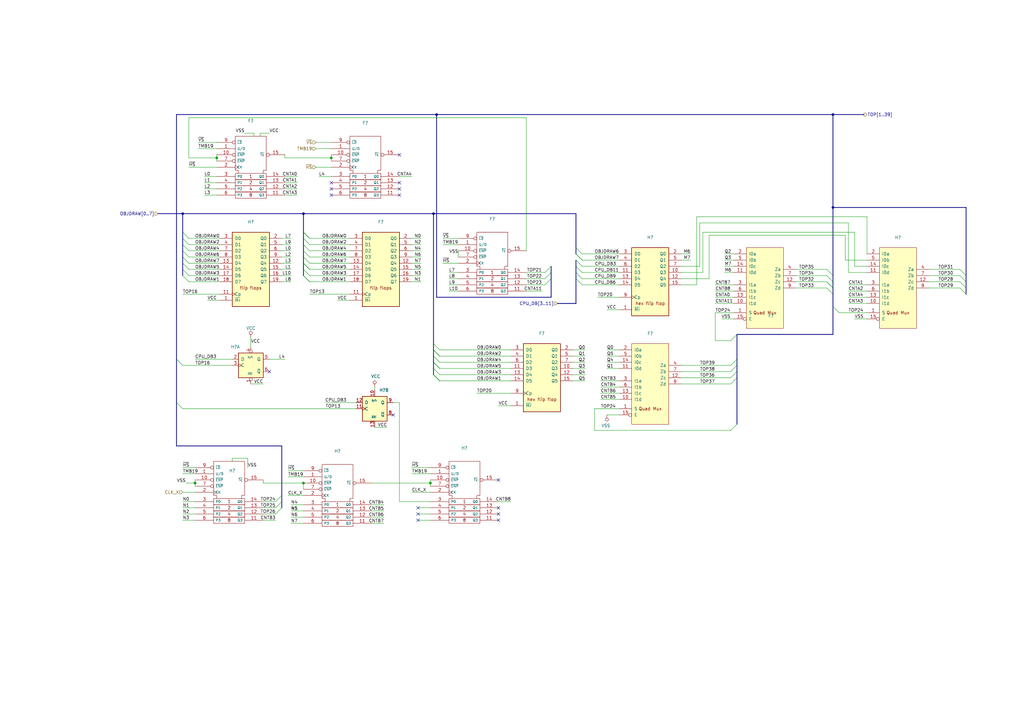
<source format=kicad_sch>
(kicad_sch (version 20211123) (generator eeschema)
  (paper "A3")
  (title_block (date "2022-04-29") (rev "J. Tejada") (company "JOTEGO") (comment 1 "Esperanza D. Triana"))
  (lib_symbols
    (symbol "74xx_IEEE:74LS669" (pin_names (offset 0.762))
      (property "Reference" "U" (at 7.62 13.97 0))
      (property "Value" "74xx_IEEE_74LS669" (at 7.62 -13.97 0))
      (symbol "74LS669_0_0"
        (rectangle (start -6.35 -8.89) (end 6.35 -11.43))
        (rectangle (start -6.35 -6.35) (end 6.35 -8.89))
        (rectangle (start -6.35 -3.81) (end 6.35 -6.35))
        (rectangle (start -6.35 -1.27) (end 6.35 -3.81))
        (polyline (pts (xy -5.08 -1.27) (xy -5.08 0) (xy -6.35 0) (xy -6.35 13.97) (xy 6.35 13.97) (xy 6.35 0) (xy 5.08 0) (xy 5.08 -1.27) (xy 5.08 -1.27)))
        (text "1" (at 0 -2.54 0) (effects (font (size 1.27 1.27))))
        (text "2" (at 0 -5.08 0) (effects (font (size 1.27 1.27))))
        (text "4" (at 0 -7.62 0) (effects (font (size 1.27 1.27))))
        (text "8" (at 0 -10.16 0) (effects (font (size 1.27 1.27))))
        (pin power_in line (at 3.81 13.97 270) (length 0) hide (name "VCC") (number "16"))
        (pin power_in line (at 1.27 13.97 270) (length 0) hide (name "GND") (number "8"))
      )
      (symbol "74LS669_1_1"
        (pin input line (at -13.97 8.89 0) (length 7.62) (name "U/D") (number "1"))
        (pin input inverted (at -13.97 6.35 0) (length 7.62) (name "~{ENP}") (number "10"))
        (pin output line (at 13.97 -10.16 180) (length 7.62) (name "Q3") (number "11"))
        (pin output line (at 13.97 -7.62 180) (length 7.62) (name "Q2") (number "12"))
        (pin output line (at 13.97 -5.08 180) (length 7.62) (name "Q1") (number "13"))
        (pin output line (at 13.97 -2.54 180) (length 7.62) (name "Q0") (number "14"))
        (pin output inverted (at 13.97 6.35 180) (length 7.62) (name "~{Tc}") (number "15"))
        (pin input clock (at -13.97 1.27 0) (length 7.62) (name "CK") (number "2"))
        (pin input line (at -13.97 -2.54 0) (length 7.62) (name "P0") (number "3"))
        (pin input line (at -13.97 -5.08 0) (length 7.62) (name "P1") (number "4"))
        (pin input line (at -13.97 -7.62 0) (length 7.62) (name "P2") (number "5"))
        (pin input line (at -13.97 -10.16 0) (length 7.62) (name "P3") (number "6"))
        (pin input inverted (at -13.97 3.81 0) (length 7.62) (name "~{ENP}") (number "7"))
        (pin input inverted (at -13.97 11.43 0) (length 7.62) (name "~{LD}") (number "9"))
      )
    )
    (symbol "jt74:74LS157" (pin_names (offset 1.016))
      (property "Reference" "U" (at 5.08 12.7 0))
      (property "Value" "jt74_74LS157" (at 0 -16.51 0))
      (symbol "74LS157_0_0"
        (text "Quad Mux" (at 0 -11.43 0) (effects (font (size 1.27 1.27))))
      )
      (symbol "74LS157_1_0"
        (pin input line (at -12.7 -11.43 0) (length 5.08) (name "S") (number "1"))
        (pin input line (at -12.7 -7.62 0) (length 5.08) (name "I1d") (number "10"))
        (pin input line (at -12.7 5.08 0) (length 5.08) (name "I0d") (number "11"))
        (pin output line (at 12.7 1.27 180) (length 5.08) (name "Zc") (number "12"))
        (pin input line (at -12.7 -5.08 0) (length 5.08) (name "I1c") (number "13"))
        (pin input line (at -12.7 7.62 0) (length 5.08) (name "I0c") (number "14"))
        (pin input inverted (at -12.7 -13.97 0) (length 5.08) (name "E") (number "15"))
        (pin input line (at -12.7 12.7 0) (length 5.08) (name "I0a") (number "2"))
        (pin input line (at -12.7 0 0) (length 5.08) (name "I1a") (number "3"))
        (pin output line (at 12.7 6.35 180) (length 5.08) (name "Za") (number "4"))
        (pin input line (at -12.7 10.16 0) (length 5.08) (name "I0b") (number "5"))
        (pin input line (at -12.7 -2.54 0) (length 5.08) (name "I1b") (number "6"))
        (pin output line (at 12.7 3.81 180) (length 5.08) (name "Zb") (number "7"))
        (pin output line (at 12.7 -1.27 180) (length 5.08) (name "Zd") (number "9"))
      )
      (symbol "74LS157_1_1"
        (rectangle (start -7.62 15.24) (end 7.62 -17.78) (fill (type background)))
      )
    )
    (symbol "jt74:74LS174" (pin_names (offset 1.016))
      (property "Reference" "U" (at 5.08 -12.7 0))
      (property "Value" "jt74_74LS174" (at 0 -5.08 0))
      (symbol "74LS174_0_0"
        (text "hex flip flop" (at 0 -10.16 0) (effects (font (size 1.27 1.27))))
      )
      (symbol "74LS174_1_0"
        (pin input line (at -12.7 -12.7 0) (length 5.08) (name "~{Mr}") (number "1"))
        (pin output line (at 12.7 2.54 180) (length 5.08) (name "Q3") (number "10"))
        (pin input line (at -12.7 2.54 0) (length 5.08) (name "D3") (number "11"))
        (pin output line (at 12.7 0 180) (length 5.08) (name "Q4") (number "12"))
        (pin input line (at -12.7 0 0) (length 5.08) (name "D4") (number "13"))
        (pin input line (at -12.7 -2.54 0) (length 5.08) (name "D5") (number "14"))
        (pin output line (at 12.7 -2.54 180) (length 5.08) (name "Q5") (number "15"))
        (pin output line (at 12.7 10.16 180) (length 5.08) (name "Q0") (number "2"))
        (pin input line (at -12.7 10.16 0) (length 5.08) (name "D0") (number "3"))
        (pin input line (at -12.7 7.62 0) (length 5.08) (name "D1") (number "4"))
        (pin output line (at 12.7 7.62 180) (length 5.08) (name "Q1") (number "5"))
        (pin input line (at -12.7 5.08 0) (length 5.08) (name "D2") (number "6"))
        (pin output line (at 12.7 5.08 180) (length 5.08) (name "Q2") (number "7"))
        (pin input clock (at -12.7 -7.62 0) (length 5.08) (name "Cp") (number "9"))
      )
      (symbol "74LS174_1_1"
        (rectangle (start -7.62 12.7) (end 7.62 -15.24) (stroke (width 0.254)) (fill (type background)))
      )
    )
    (symbol "jt74:74LS273" (pin_names (offset 1.016))
      (property "Reference" "U" (at 0 2.54 0))
      (property "Value" "jt74_74LS273" (at 2.54 -13.97 0))
      (symbol "74LS273_0_0"
        (text "flip flops" (at 0 -7.62 0) (effects (font (size 1.27 1.27))))
      )
      (symbol "74LS273_1_0"
        (pin input line (at -12.7 -12.7 0) (length 5.08) (name "~{Mr}") (number "1"))
        (pin input clock (at -12.7 -10.16 0) (length 5.08) (name "Cp") (number "11"))
        (pin output line (at 12.7 2.54 180) (length 5.08) (name "Q4") (number "12"))
        (pin input line (at -12.7 2.54 0) (length 5.08) (name "D4") (number "13"))
        (pin input line (at -12.7 0 0) (length 5.08) (name "D5") (number "14"))
        (pin output line (at 12.7 0 180) (length 5.08) (name "Q5") (number "15"))
        (pin output line (at 12.7 -2.54 180) (length 5.08) (name "Q6") (number "16"))
        (pin input line (at -12.7 -2.54 0) (length 5.08) (name "D6") (number "17"))
        (pin input line (at -12.7 -5.08 0) (length 5.08) (name "D7") (number "18"))
        (pin output line (at 12.7 -5.08 180) (length 5.08) (name "Q7") (number "19"))
        (pin output line (at 12.7 12.7 180) (length 5.08) (name "Q0") (number "2"))
        (pin input line (at -12.7 12.7 0) (length 5.08) (name "D0") (number "3"))
        (pin input line (at -12.7 10.16 0) (length 5.08) (name "D1") (number "4"))
        (pin output line (at 12.7 10.16 180) (length 5.08) (name "Q1") (number "5"))
        (pin output line (at 12.7 7.62 180) (length 5.08) (name "Q2") (number "6"))
        (pin input line (at -12.7 7.62 0) (length 5.08) (name "D2") (number "7"))
        (pin input line (at -12.7 5.08 0) (length 5.08) (name "D3") (number "8"))
        (pin output line (at 12.7 5.08 180) (length 5.08) (name "Q3") (number "9"))
      )
      (symbol "74LS273_1_1"
        (rectangle (start -7.62 15.24) (end 7.62 -15.24) (stroke (width 0.254)) (fill (type background)))
      )
    )
    (symbol "jt74:74LS74" (pin_names (offset 1.016))
      (property "Reference" "U" (at -7.62 8.89 0))
      (property "Value" "jt74_74LS74" (at -7.62 -8.89 0))
      (symbol "74LS74_1_0"
        (pin input inverted (at 0 -7.62 90) (length 2.54) (name "~{R}") (number "1"))
        (pin input line (at -7.62 2.54 0) (length 2.54) (name "D") (number "2"))
        (pin input clock (at -7.62 0 0) (length 2.54) (name "C") (number "3"))
        (pin input inverted (at 0 7.62 270) (length 2.54) (name "~{S}") (number "4"))
        (pin output line (at 7.62 2.54 180) (length 2.54) (name "Q") (number "5"))
        (pin output line (at 7.62 -2.54 180) (length 2.54) (name "~{Q}") (number "6"))
      )
      (symbol "74LS74_1_1"
        (rectangle (start -5.08 5.08) (end 5.08 -5.08) (stroke (width 0.254)) (fill (type background)))
      )
      (symbol "74LS74_2_0"
        (pin input clock (at -7.62 0 0) (length 2.54) (name "C") (number "11"))
        (pin input line (at -7.62 2.54 0) (length 2.54) (name "D") (number "12"))
        (pin input line (at 0 -7.62 90) (length 2.54) (name "~{R}") (number "13"))
        (pin output line (at 7.62 -2.54 180) (length 2.54) (name "~{Q}") (number "8"))
        (pin output line (at 7.62 2.54 180) (length 2.54) (name "Q") (number "9"))
      )
      (symbol "74LS74_2_1"
        (rectangle (start -5.08 5.08) (end 5.08 -5.08) (stroke (width 0.254)) (fill (type background)))
        (pin input line (at 0 7.62 270) (length 2.54) (name "~{S}") (number "10"))
      )
      (symbol "74LS74_3_0"
        (pin input line (at 0 10.16 270) (length 2.54) hide (name "VCC") (number "14"))
        (pin input line (at 0 -10.16 90) (length 2.54) hide (name "GND") (number "7"))
      )
      (symbol "74LS74_3_1"
        (rectangle (start -5.08 7.62) (end 5.08 -7.62) (stroke (width 0.254)) (fill (type background)))
      )
    )
    (symbol "power:VCC" (power) (pin_names (offset 0))
      (property "Value" "power_VCC" (at 0 3.81 0))
      (symbol "VCC_0_1"
        (polyline (pts (xy 0 0) (xy 0 1.27)))
        (circle (center 0 1.905) (radius 0.635))
      )
      (symbol "VCC_1_1"
        (pin power_in line (at 0 0 90) (length 0) hide (name "VCC") (number "1"))
      )
    )
    (symbol "power:VSS" (power) (pin_names (offset 0))
      (property "Value" "power_VSS" (at 0 3.81 0))
      (symbol "VSS_0_1"
        (polyline (pts (xy 0 0) (xy 0 1.27)))
        (circle (center 0 1.905) (radius 0.635))
      )
      (symbol "VSS_1_1"
        (pin power_in line (at 0 0 90) (length 0) hide (name "VSS") (number "1"))
      )
    )
  )
  (junction (at 124.46 87.63))
  (junction (at 88.9 64.77))
  (junction (at 179.07 46.99))
  (junction (at 135.89 64.77))
  (junction (at 124.46 198.12))
  (junction (at 80.01 198.12))
  (junction (at 341.63 46.99))
  (junction (at 176.53 198.12))
  (junction (at 74.93 87.63))
  (junction (at 341.63 85.09))
  (junction (at 177.8 87.63))
  (no_connect (at 135.89 77.47))
  (no_connect (at 135.89 80.01))
  (no_connect (at 171.45 210.82))
  (no_connect (at 163.83 63.5))
  (no_connect (at 110.49 152.4))
  (no_connect (at 163.83 77.47))
  (no_connect (at 161.29 170.18))
  (no_connect (at 163.83 80.01))
  (no_connect (at 135.89 74.93))
  (no_connect (at 171.45 208.28))
  (no_connect (at 204.47 210.82))
  (no_connect (at 204.47 196.85))
  (no_connect (at 171.45 213.36))
  (no_connect (at 204.47 208.28))
  (no_connect (at 204.47 213.36))
  (no_connect (at 163.83 74.93))
  (bus_entry (at 339.09 110.49) (size 2.54 2.54))
  (bus_entry (at 124.46 95.25) (size 2.54 2.54))
  (bus_entry (at 223.52 116.84) (size 2.54 -2.54))
  (bus_entry (at 72.39 165.1) (size 2.54 2.54))
  (bus_entry (at 115.57 205.74) (size -2.54 2.54))
  (bus_entry (at 177.8 151.13) (size 2.54 2.54))
  (bus_entry (at 124.46 102.87) (size 2.54 2.54))
  (bus_entry (at 177.8 143.51) (size 2.54 2.54))
  (bus_entry (at 339.09 115.57) (size 2.54 2.54))
  (bus_entry (at 236.22 104.14) (size 2.54 2.54))
  (bus_entry (at 339.09 118.11) (size 2.54 2.54))
  (bus_entry (at 74.93 113.03) (size 2.54 2.54))
  (bus_entry (at 177.8 143.51) (size 2.54 2.54))
  (bus_entry (at 124.46 113.03) (size 2.54 2.54))
  (bus_entry (at 177.8 153.67) (size 2.54 2.54))
  (bus_entry (at 124.46 107.95) (size 2.54 2.54))
  (bus_entry (at 302.26 154.94) (size -2.54 2.54))
  (bus_entry (at 302.26 149.86) (size -2.54 2.54))
  (bus_entry (at 393.7 118.11) (size 2.54 2.54))
  (bus_entry (at 302.26 173.99) (size -2.54 2.54))
  (bus_entry (at 74.93 102.87) (size 2.54 2.54))
  (bus_entry (at 302.26 152.4) (size -2.54 2.54))
  (bus_entry (at 226.06 109.22) (size -2.54 2.54))
  (bus_entry (at 177.8 146.05) (size 2.54 2.54))
  (bus_entry (at 74.93 105.41) (size 2.54 2.54))
  (bus_entry (at 72.39 147.32) (size 2.54 2.54))
  (bus_entry (at 74.93 107.95) (size 2.54 2.54))
  (bus_entry (at 177.8 153.67) (size 2.54 2.54))
  (bus_entry (at 177.8 140.97) (size 2.54 2.54))
  (bus_entry (at 115.57 203.2) (size -2.54 2.54))
  (bus_entry (at 115.57 208.28) (size -2.54 2.54))
  (bus_entry (at 74.93 110.49) (size 2.54 2.54))
  (bus_entry (at 393.7 113.03) (size 2.54 2.54))
  (bus_entry (at 177.8 148.59) (size 2.54 2.54))
  (bus_entry (at 124.46 107.95) (size 2.54 2.54))
  (bus_entry (at 236.22 104.14) (size 2.54 2.54))
  (bus_entry (at 339.09 113.03) (size 2.54 2.54))
  (bus_entry (at 238.76 111.76) (size -2.54 -2.54))
  (bus_entry (at 223.52 114.3) (size 2.54 -2.54))
  (bus_entry (at 339.09 115.57) (size 2.54 2.54))
  (bus_entry (at 74.93 97.79) (size 2.54 2.54))
  (bus_entry (at 341.63 125.73) (size 2.54 2.54))
  (bus_entry (at 74.93 100.33) (size 2.54 2.54))
  (bus_entry (at 177.8 148.59) (size 2.54 2.54))
  (bus_entry (at 177.8 153.67) (size 2.54 2.54))
  (bus_entry (at 302.26 137.16) (size -2.54 2.54))
  (bus_entry (at 124.46 110.49) (size 2.54 2.54))
  (bus_entry (at 124.46 113.03) (size 2.54 2.54))
  (bus_entry (at 236.22 101.6) (size 2.54 2.54))
  (bus_entry (at 302.26 147.32) (size -2.54 2.54))
  (bus_entry (at 238.76 114.3) (size -2.54 -2.54))
  (bus_entry (at 238.76 116.84) (size -2.54 -2.54))
  (bus_entry (at 74.93 95.25) (size 2.54 2.54))
  (bus_entry (at 124.46 95.25) (size 2.54 2.54))
  (bus_entry (at 236.22 106.68) (size 2.54 2.54))
  (bus_entry (at 124.46 105.41) (size 2.54 2.54))
  (bus_entry (at 393.7 115.57) (size 2.54 2.54))
  (bus_entry (at 124.46 100.33) (size 2.54 2.54))
  (bus_entry (at 124.46 97.79) (size 2.54 2.54))
  (bus_entry (at 393.7 110.49) (size 2.54 2.54))
  (wire (pts (xy 187.96 102.87) (xy 187.96 105.41)))
  (wire (pts (xy 157.48 214.63) (xy 152.4 214.63)))
  (wire (pts (xy 180.34 143.51) (xy 209.55 143.51)))
  (wire (pts (xy 127 110.49) (xy 143.51 110.49)))
  (wire (pts (xy 80.01 208.28) (xy 74.93 208.28)))
  (bus (pts (xy 74.93 95.25) (xy 74.93 97.79)))
  (wire (pts (xy 234.95 146.05) (xy 240.03 146.05)))
  (wire (pts (xy 119.38 115.57) (xy 115.57 115.57)))
  (wire (pts (xy 238.76 111.76) (xy 254 111.76)))
  (wire (pts (xy 300.99 116.84) (xy 293.37 116.84)))
  (wire (pts (xy 124.46 198.12) (xy 124.46 200.66)))
  (wire (pts (xy 180.34 153.67) (xy 209.55 153.67)))
  (bus (pts (xy 341.63 120.65) (xy 341.63 125.73)))
  (wire (pts (xy 172.72 107.95) (xy 168.91 107.95)))
  (wire (pts (xy 293.37 128.27) (xy 293.37 139.7)))
  (bus (pts (xy 236.22 109.22) (xy 236.22 111.76)))
  (bus (pts (xy 124.46 100.33) (xy 124.46 102.87)))
  (bus (pts (xy 115.57 205.74) (xy 115.57 208.28)))
  (wire (pts (xy 297.18 111.76) (xy 300.99 111.76)))
  (wire (pts (xy 104.14 54.61) (xy 100.33 54.61)))
  (bus (pts (xy 302.26 147.32) (xy 302.26 149.86)))
  (bus (pts (xy 302.26 137.16) (xy 302.26 147.32)))
  (bus (pts (xy 72.39 165.1) (xy 72.39 182.88)))
  (wire (pts (xy 119.38 113.03) (xy 115.57 113.03)))
  (wire (pts (xy 77.47 113.03) (xy 90.17 113.03)))
  (bus (pts (xy 226.06 121.92) (xy 179.07 121.92)))
  (bus (pts (xy 177.8 140.97) (xy 177.8 143.51)))
  (wire (pts (xy 157.48 209.55) (xy 152.4 209.55)))
  (wire (pts (xy 238.76 114.3) (xy 254 114.3)))
  (wire (pts (xy 74.93 167.64) (xy 146.05 167.64)))
  (wire (pts (xy 215.9 116.84) (xy 223.52 116.84)))
  (wire (pts (xy 234.95 143.51) (xy 240.03 143.51)))
  (wire (pts (xy 135.89 64.77) (xy 135.89 66.04)))
  (wire (pts (xy 80.01 201.93) (xy 74.93 201.93)))
  (wire (pts (xy 238.76 109.22) (xy 254 109.22)))
  (wire (pts (xy 234.95 151.13) (xy 240.03 151.13)))
  (wire (pts (xy 116.84 77.47) (xy 121.92 77.47)))
  (wire (pts (xy 209.55 166.37) (xy 204.47 166.37)))
  (wire (pts (xy 127 100.33) (xy 143.51 100.33)))
  (wire (pts (xy 180.34 151.13) (xy 209.55 151.13)))
  (bus (pts (xy 396.24 113.03) (xy 396.24 115.57)))
  (wire (pts (xy 300.99 109.22) (xy 297.18 109.22)))
  (wire (pts (xy 95.25 189.23) (xy 95.25 187.96)))
  (wire (pts (xy 107.95 198.12) (xy 124.46 198.12)))
  (wire (pts (xy 74.93 120.65) (xy 90.17 120.65)))
  (wire (pts (xy 163.83 165.1) (xy 163.83 205.74)))
  (wire (pts (xy 127 113.03) (xy 143.51 113.03)))
  (wire (pts (xy 215.9 48.26) (xy 215.9 102.87)))
  (wire (pts (xy 187.96 114.3) (xy 184.15 114.3)))
  (bus (pts (xy 74.93 87.63) (xy 74.93 95.25)))
  (wire (pts (xy 346.71 106.68) (xy 355.6 106.68)))
  (wire (pts (xy 172.72 100.33) (xy 168.91 100.33)))
  (wire (pts (xy 222.25 119.38) (xy 215.9 119.38)))
  (wire (pts (xy 234.95 156.21) (xy 240.03 156.21)))
  (wire (pts (xy 90.17 123.19) (xy 85.09 123.19)))
  (wire (pts (xy 234.95 153.67) (xy 240.03 153.67)))
  (bus (pts (xy 341.63 137.16) (xy 302.26 137.16)))
  (wire (pts (xy 245.11 121.92) (xy 254 121.92)))
  (bus (pts (xy 124.46 110.49) (xy 124.46 113.03)))
  (wire (pts (xy 83.82 80.01) (xy 88.9 80.01)))
  (wire (pts (xy 287.02 91.44) (xy 347.98 91.44)))
  (bus (pts (xy 236.22 111.76) (xy 236.22 114.3)))
  (wire (pts (xy 127 97.79) (xy 143.51 97.79)))
  (wire (pts (xy 124.46 207.01) (xy 119.38 207.01)))
  (wire (pts (xy 180.34 148.59) (xy 209.55 148.59)))
  (wire (pts (xy 288.29 111.76) (xy 288.29 95.25)))
  (wire (pts (xy 77.47 97.79) (xy 90.17 97.79)))
  (wire (pts (xy 77.47 48.26) (xy 77.47 64.77)))
  (wire (pts (xy 355.6 88.9) (xy 355.6 104.14)))
  (bus (pts (xy 302.26 154.94) (xy 302.26 173.99)))
  (wire (pts (xy 350.52 109.22) (xy 355.6 109.22)))
  (wire (pts (xy 204.47 205.74) (xy 209.55 205.74)))
  (wire (pts (xy 135.89 60.96) (xy 129.54 60.96)))
  (wire (pts (xy 106.68 55.88) (xy 106.68 54.61)))
  (bus (pts (xy 226.06 109.22) (xy 226.06 111.76)))
  (wire (pts (xy 77.47 105.41) (xy 90.17 105.41)))
  (wire (pts (xy 127 115.57) (xy 143.51 115.57)))
  (wire (pts (xy 110.49 147.32) (xy 116.84 147.32)))
  (wire (pts (xy 176.53 198.12) (xy 176.53 196.85)))
  (wire (pts (xy 161.29 165.1) (xy 163.83 165.1)))
  (wire (pts (xy 121.92 80.01) (xy 116.84 80.01)))
  (wire (pts (xy 180.34 146.05) (xy 209.55 146.05)))
  (wire (pts (xy 279.4 116.84) (xy 285.75 116.84)))
  (wire (pts (xy 80.01 147.32) (xy 95.25 147.32)))
  (bus (pts (xy 226.06 114.3) (xy 226.06 121.92)))
  (bus (pts (xy 74.93 87.63) (xy 124.46 87.63)))
  (wire (pts (xy 118.11 195.58) (xy 124.46 195.58)))
  (wire (pts (xy 88.9 66.04) (xy 88.9 64.77)))
  (bus (pts (xy 177.8 87.63) (xy 177.8 140.97)))
  (wire (pts (xy 184.15 116.84) (xy 187.96 116.84)))
  (bus (pts (xy 341.63 113.03) (xy 341.63 115.57)))
  (bus (pts (xy 341.63 125.73) (xy 341.63 137.16)))
  (wire (pts (xy 118.11 203.2) (xy 124.46 203.2)))
  (bus (pts (xy 177.8 146.05) (xy 177.8 148.59)))
  (bus (pts (xy 179.07 46.99) (xy 341.63 46.99)))
  (wire (pts (xy 77.47 102.87) (xy 90.17 102.87)))
  (wire (pts (xy 181.61 100.33) (xy 187.96 100.33)))
  (wire (pts (xy 172.72 110.49) (xy 168.91 110.49)))
  (wire (pts (xy 300.99 119.38) (xy 293.37 119.38)))
  (wire (pts (xy 74.93 149.86) (xy 95.25 149.86)))
  (bus (pts (xy 236.22 87.63) (xy 236.22 101.6)))
  (wire (pts (xy 187.96 119.38) (xy 184.15 119.38)))
  (bus (pts (xy 74.93 107.95) (xy 74.93 110.49)))
  (wire (pts (xy 80.01 194.31) (xy 74.93 194.31)))
  (bus (pts (xy 354.33 46.99) (xy 341.63 46.99)))
  (wire (pts (xy 102.87 142.24) (xy 102.87 138.43)))
  (wire (pts (xy 119.38 105.41) (xy 115.57 105.41)))
  (wire (pts (xy 300.99 130.81) (xy 295.91 130.81)))
  (bus (pts (xy 177.8 151.13) (xy 177.8 153.67)))
  (wire (pts (xy 248.92 143.51) (xy 254 143.51)))
  (wire (pts (xy 287.02 109.22) (xy 287.02 91.44)))
  (wire (pts (xy 133.35 165.1) (xy 146.05 165.1)))
  (wire (pts (xy 176.53 213.36) (xy 171.45 213.36)))
  (wire (pts (xy 172.72 97.79) (xy 168.91 97.79)))
  (wire (pts (xy 238.76 106.68) (xy 254 106.68)))
  (wire (pts (xy 238.76 116.84) (xy 254 116.84)))
  (wire (pts (xy 74.93 210.82) (xy 80.01 210.82)))
  (wire (pts (xy 77.47 48.26) (xy 215.9 48.26)))
  (bus (pts (xy 124.46 107.95) (xy 124.46 110.49)))
  (wire (pts (xy 119.38 100.33) (xy 115.57 100.33)))
  (bus (pts (xy 177.8 143.51) (xy 177.8 146.05)))
  (bus (pts (xy 74.93 100.33) (xy 74.93 102.87)))
  (wire (pts (xy 129.54 68.58) (xy 135.89 68.58)))
  (bus (pts (xy 396.24 115.57) (xy 396.24 118.11)))
  (wire (pts (xy 381 115.57) (xy 393.7 115.57)))
  (wire (pts (xy 83.82 77.47) (xy 88.9 77.47)))
  (wire (pts (xy 143.51 123.19) (xy 138.43 123.19)))
  (wire (pts (xy 279.4 149.86) (xy 299.72 149.86)))
  (wire (pts (xy 77.47 100.33) (xy 90.17 100.33)))
  (wire (pts (xy 243.84 167.64) (xy 254 167.64)))
  (bus (pts (xy 302.26 152.4) (xy 302.26 154.94)))
  (wire (pts (xy 80.01 196.85) (xy 80.01 198.12)))
  (wire (pts (xy 80.01 205.74) (xy 74.93 205.74)))
  (wire (pts (xy 181.61 107.95) (xy 187.96 107.95)))
  (wire (pts (xy 171.45 210.82) (xy 176.53 210.82)))
  (wire (pts (xy 116.84 63.5) (xy 116.84 64.77)))
  (wire (pts (xy 254 127) (xy 248.92 127)))
  (wire (pts (xy 74.93 213.36) (xy 80.01 213.36)))
  (wire (pts (xy 135.89 72.39) (xy 130.81 72.39)))
  (wire (pts (xy 88.9 74.93) (xy 83.82 74.93)))
  (bus (pts (xy 124.46 105.41) (xy 124.46 107.95)))
  (wire (pts (xy 152.4 207.01) (xy 157.48 207.01)))
  (wire (pts (xy 293.37 128.27) (xy 300.99 128.27)))
  (bus (pts (xy 396.24 85.09) (xy 396.24 113.03)))
  (wire (pts (xy 279.4 109.22) (xy 287.02 109.22)))
  (bus (pts (xy 179.07 46.99) (xy 179.07 121.92)))
  (wire (pts (xy 119.38 110.49) (xy 115.57 110.49)))
  (wire (pts (xy 77.47 110.49) (xy 90.17 110.49)))
  (wire (pts (xy 176.53 208.28) (xy 171.45 208.28)))
  (bus (pts (xy 72.39 182.88) (xy 115.57 182.88)))
  (bus (pts (xy 124.46 95.25) (xy 124.46 97.79)))
  (bus (pts (xy 226.06 111.76) (xy 226.06 114.3)))
  (wire (pts (xy 381 118.11) (xy 393.7 118.11)))
  (wire (pts (xy 181.61 97.79) (xy 187.96 97.79)))
  (wire (pts (xy 355.6 119.38) (xy 347.98 119.38)))
  (bus (pts (xy 341.63 115.57) (xy 341.63 118.11)))
  (wire (pts (xy 381 110.49) (xy 393.7 110.49)))
  (wire (pts (xy 118.11 193.04) (xy 124.46 193.04)))
  (wire (pts (xy 347.98 111.76) (xy 355.6 111.76)))
  (wire (pts (xy 101.6 187.96) (xy 101.6 191.77)))
  (wire (pts (xy 248.92 148.59) (xy 254 148.59)))
  (bus (pts (xy 341.63 118.11) (xy 341.63 120.65)))
  (wire (pts (xy 195.58 161.29) (xy 209.55 161.29)))
  (wire (pts (xy 346.71 96.52) (xy 346.71 106.68)))
  (wire (pts (xy 127 105.41) (xy 143.51 105.41)))
  (wire (pts (xy 121.92 74.93) (xy 116.84 74.93)))
  (wire (pts (xy 300.99 121.92) (xy 293.37 121.92)))
  (wire (pts (xy 279.4 152.4) (xy 299.72 152.4)))
  (wire (pts (xy 279.4 104.14) (xy 283.21 104.14)))
  (wire (pts (xy 326.39 118.11) (xy 339.09 118.11)))
  (wire (pts (xy 107.95 205.74) (xy 113.03 205.74)))
  (wire (pts (xy 172.72 102.87) (xy 168.91 102.87)))
  (wire (pts (xy 326.39 113.03) (xy 339.09 113.03)))
  (bus (pts (xy 72.39 46.99) (xy 72.39 147.32)))
  (wire (pts (xy 163.83 205.74) (xy 176.53 205.74)))
  (bus (pts (xy 74.93 110.49) (xy 74.93 113.03)))
  (wire (pts (xy 152.4 198.12) (xy 176.53 198.12)))
  (wire (pts (xy 355.6 124.46) (xy 347.98 124.46)))
  (bus (pts (xy 302.26 149.86) (xy 302.26 152.4)))
  (bus (pts (xy 124.46 87.63) (xy 177.8 87.63)))
  (wire (pts (xy 176.53 199.39) (xy 176.53 198.12)))
  (wire (pts (xy 248.92 151.13) (xy 254 151.13)))
  (wire (pts (xy 168.91 194.31) (xy 176.53 194.31)))
  (bus (pts (xy 124.46 87.63) (xy 124.46 95.25)))
  (wire (pts (xy 129.54 58.42) (xy 135.89 58.42)))
  (bus (pts (xy 74.93 97.79) (xy 74.93 100.33)))
  (bus (pts (xy 341.63 85.09) (xy 396.24 85.09)))
  (wire (pts (xy 168.91 201.93) (xy 176.53 201.93)))
  (wire (pts (xy 344.17 128.27) (xy 355.6 128.27)))
  (wire (pts (xy 116.84 72.39) (xy 121.92 72.39)))
  (bus (pts (xy 115.57 182.88) (xy 115.57 203.2)))
  (wire (pts (xy 243.84 176.53) (xy 299.72 176.53)))
  (wire (pts (xy 381 113.03) (xy 393.7 113.03)))
  (wire (pts (xy 119.38 212.09) (xy 124.46 212.09)))
  (wire (pts (xy 299.72 139.7) (xy 293.37 139.7)))
  (bus (pts (xy 396.24 118.11) (xy 396.24 120.65)))
  (wire (pts (xy 176.53 191.77) (xy 168.91 191.77)))
  (wire (pts (xy 113.03 208.28) (xy 107.95 208.28)))
  (wire (pts (xy 77.47 115.57) (xy 90.17 115.57)))
  (bus (pts (xy 124.46 97.79) (xy 124.46 100.33)))
  (wire (pts (xy 297.18 106.68) (xy 300.99 106.68)))
  (bus (pts (xy 341.63 85.09) (xy 341.63 113.03)))
  (wire (pts (xy 172.72 115.57) (xy 168.91 115.57)))
  (wire (pts (xy 127 107.95) (xy 143.51 107.95)))
  (wire (pts (xy 135.89 63.5) (xy 135.89 64.77)))
  (wire (pts (xy 107.95 157.48) (xy 102.87 157.48)))
  (wire (pts (xy 77.47 107.95) (xy 90.17 107.95)))
  (wire (pts (xy 279.4 114.3) (xy 290.83 114.3)))
  (wire (pts (xy 88.9 64.77) (xy 88.9 63.5)))
  (wire (pts (xy 172.72 105.41) (xy 168.91 105.41)))
  (bus (pts (xy 74.93 105.41) (xy 74.93 107.95)))
  (wire (pts (xy 290.83 96.52) (xy 290.83 114.3)))
  (bus (pts (xy 64.77 87.63) (xy 74.93 87.63)))
  (bus (pts (xy 177.8 148.59) (xy 177.8 151.13)))
  (bus (pts (xy 236.22 114.3) (xy 236.22 124.46)))
  (bus (pts (xy 74.93 102.87) (xy 74.93 105.41)))
  (wire (pts (xy 285.75 88.9) (xy 355.6 88.9)))
  (wire (pts (xy 290.83 96.52) (xy 346.71 96.52)))
  (wire (pts (xy 116.84 64.77) (xy 135.89 64.77)))
  (wire (pts (xy 215.9 111.76) (xy 223.52 111.76)))
  (wire (pts (xy 88.9 72.39) (xy 83.82 72.39)))
  (wire (pts (xy 326.39 110.49) (xy 339.09 110.49)))
  (wire (pts (xy 107.95 210.82) (xy 113.03 210.82)))
  (wire (pts (xy 254 163.83) (xy 246.38 163.83)))
  (wire (pts (xy 300.99 124.46) (xy 293.37 124.46)))
  (wire (pts (xy 238.76 104.14) (xy 254 104.14)))
  (bus (pts (xy 236.22 124.46) (xy 228.6 124.46)))
  (wire (pts (xy 254 156.21) (xy 246.38 156.21)))
  (wire (pts (xy 347.98 91.44) (xy 347.98 111.76)))
  (wire (pts (xy 355.6 121.92) (xy 347.98 121.92)))
  (wire (pts (xy 288.29 95.25) (xy 350.52 95.25)))
  (wire (pts (xy 279.4 154.94) (xy 299.72 154.94)))
  (wire (pts (xy 326.39 115.57) (xy 339.09 115.57)))
  (wire (pts (xy 279.4 157.48) (xy 299.72 157.48)))
  (wire (pts (xy 124.46 209.55) (xy 119.38 209.55)))
  (wire (pts (xy 172.72 113.03) (xy 168.91 113.03)))
  (wire (pts (xy 184.15 111.76) (xy 187.96 111.76)))
  (wire (pts (xy 80.01 198.12) (xy 80.01 199.39)))
  (bus (pts (xy 177.8 87.63) (xy 236.22 87.63)))
  (wire (pts (xy 243.84 176.53) (xy 243.84 167.64)))
  (wire (pts (xy 127 102.87) (xy 143.51 102.87)))
  (wire (pts (xy 254 170.18) (xy 248.92 170.18)))
  (wire (pts (xy 104.14 55.88) (xy 104.14 54.61)))
  (wire (pts (xy 113.03 213.36) (xy 107.95 213.36)))
  (wire (pts (xy 285.75 116.84) (xy 285.75 88.9)))
  (wire (pts (xy 248.92 146.05) (xy 254 146.05)))
  (wire (pts (xy 180.34 156.21) (xy 209.55 156.21)))
  (wire (pts (xy 127 120.65) (xy 143.51 120.65)))
  (wire (pts (xy 107.95 196.85) (xy 107.95 198.12)))
  (wire (pts (xy 234.95 148.59) (xy 240.03 148.59)))
  (bus (pts (xy 236.22 101.6) (xy 236.22 104.14)))
  (wire (pts (xy 119.38 214.63) (xy 124.46 214.63)))
  (wire (pts (xy 77.47 68.58) (xy 88.9 68.58)))
  (wire (pts (xy 77.47 64.77) (xy 88.9 64.77)))
  (wire (pts (xy 81.28 60.96) (xy 88.9 60.96)))
  (wire (pts (xy 215.9 114.3) (xy 223.52 114.3)))
  (wire (pts (xy 279.4 111.76) (xy 288.29 111.76)))
  (wire (pts (xy 119.38 107.95) (xy 115.57 107.95)))
  (wire (pts (xy 153.67 175.26) (xy 158.75 175.26)))
  (wire (pts (xy 254 158.75) (xy 246.38 158.75)))
  (wire (pts (xy 106.68 54.61) (xy 110.49 54.61)))
  (wire (pts (xy 80.01 191.77) (xy 74.93 191.77)))
  (wire (pts (xy 297.18 104.14) (xy 300.99 104.14)))
  (wire (pts (xy 152.4 212.09) (xy 157.48 212.09)))
  (wire (pts (xy 254 161.29) (xy 246.38 161.29)))
  (wire (pts (xy 355.6 116.84) (xy 347.98 116.84)))
  (wire (pts (xy 76.2 198.12) (xy 80.01 198.12)))
  (bus (pts (xy 72.39 46.99) (xy 179.07 46.99)))
  (bus (pts (xy 236.22 106.68) (xy 236.22 109.22)))
  (wire (pts (xy 350.52 95.25) (xy 350.52 109.22)))
  (bus (pts (xy 341.63 46.99) (xy 341.63 85.09)))
  (wire (pts (xy 283.21 106.68) (xy 279.4 106.68)))
  (bus (pts (xy 124.46 102.87) (xy 124.46 105.41)))
  (wire (pts (xy 163.83 72.39) (xy 168.91 72.39)))
  (wire (pts (xy 119.38 102.87) (xy 115.57 102.87)))
  (bus (pts (xy 115.57 203.2) (xy 115.57 205.74)))
  (wire (pts (xy 355.6 130.81) (xy 350.52 130.81)))
  (wire (pts (xy 81.28 58.42) (xy 88.9 58.42)))
  (wire (pts (xy 153.67 158.75) (xy 153.67 160.02)))
  (wire (pts (xy 119.38 97.79) (xy 115.57 97.79)))
  (bus (pts (xy 72.39 147.32) (xy 72.39 165.1)))
  (wire (pts (xy 95.25 187.96) (xy 101.6 187.96)))
  (label "TMB19" (at 81.28 60.96 0))
  (label "N7" (at 172.72 107.95 180))
  (label "VSS" (at 101.6 191.77 0))
  (label "VCC" (at 158.75 175.26 180))
  (label "N5" (at 172.72 110.49 180))
  (label "L4" (at 116.84 147.32 180))
  (label "N0" (at 74.93 205.74 0))
  (label "CNTB3" (at 113.03 213.36 180))
  (label "CNTA11" (at 293.37 124.46 0))
  (label "L10" (at 119.38 113.03 180))
  (label "CNTA1" (at 121.92 74.93 180))
  (label "CNTB7" (at 293.37 116.84 0))
  (label "TOP28" (at 384.81 115.57 0))
  (label "TOP16" (at 80.01 149.86 0))
  (label "VSS" (at 76.2 198.12 180))
  (label "CLK_X" (at 118.11 203.2 0))
  (label "TOP36" (at 287.02 154.94 0))
  (label "CNTA2" (at 347.98 119.38 0))
  (label "TOP33" (at 327.66 118.11 0))
  (label "TOP35" (at 327.66 110.49 0))
  (label "N2" (at 172.72 100.33 180))
  (label "CPU_DB3" (at 80.01 147.32 0))
  (label "OBJDRAW0" (at 80.01 97.79 0))
  (label "N4" (at 172.72 102.87 180))
  (label "CNTA0" (at 293.37 121.92 0))
  (label "TOP31" (at 384.81 110.49 0))
  (label "VSS" (at 350.52 130.81 0))
  (label "CNTA4" (at 168.91 72.39 180))
  (label "OBJDRAW2" (at 132.08 100.33 0))
  (label "~{HS}" (at 77.47 68.58 0))
  (label "L1" (at 83.82 74.93 0))
  (label "VCC" (at 138.43 123.19 0))
  (label "TOP13" (at 139.7 167.64 180))
  (label "TOP16" (at 74.93 120.65 0))
  (label "L1" (at 119.38 110.49 180))
  (label "N5" (at 119.38 209.55 0))
  (label "CNTA3" (at 347.98 124.46 0))
  (label "OBJDRAW0" (at 132.08 97.79 0))
  (label "VSS" (at 187.96 104.14 180))
  (label "Q2" (at 240.03 148.59 180))
  (label "OBJDRAW4" (at 132.08 102.87 0))
  (label "CNTB3" (at 246.38 156.21 0))
  (label "TMB19" (at 74.93 194.31 0))
  (label "CNTB6" (at 157.48 212.09 180))
  (label "~{HS}" (at 181.61 107.95 0))
  (label "TMB19" (at 168.91 194.31 0))
  (label "M6" (at 297.18 111.76 0))
  (label "CPU_DB9" (at 243.84 114.3 0))
  (label "OBJDRAW2" (at 80.01 100.33 0))
  (label "L0" (at 119.38 102.87 180))
  (label "Q5" (at 248.92 146.05 0))
  (label "CNTB4" (at 246.38 158.75 0))
  (label "CNTB5" (at 246.38 163.83 0))
  (label "L2" (at 119.38 105.41 180))
  (label "OBJDRAW3" (at 80.01 113.03 0))
  (label "CNTA2" (at 121.92 77.47 180))
  (label "L7" (at 184.15 111.76 0))
  (label "Q4" (at 240.03 153.67 180))
  (label "CLK_X" (at 168.91 201.93 0))
  (label "~{VS}" (at 181.61 97.79 0))
  (label "CPU_DB6" (at 243.84 116.84 0))
  (label "N2" (at 74.93 210.82 0))
  (label "TOP37" (at 287.02 157.48 0))
  (label "N1" (at 172.72 115.57 180))
  (label "VSS" (at 100.33 54.61 180))
  (label "L8" (at 119.38 115.57 180))
  (label "CNTA11" (at 222.25 119.38 180))
  (label "TOP32" (at 327.66 115.57 0))
  (label "CNTB6" (at 246.38 161.29 0))
  (label "M7" (at 283.21 106.68 180))
  (label "N6" (at 172.72 105.41 180))
  (label "OBJDRAW6" (at 132.08 105.41 0))
  (label "OBJDRAW6" (at 80.01 105.41 0))
  (label "Q0" (at 248.92 143.51 0))
  (label "CNTA1" (at 347.98 116.84 0))
  (label "CNTB8" (at 209.55 205.74 180))
  (label "M6" (at 283.21 104.14 180))
  (label "~{HS}" (at 118.11 193.04 0))
  (label "TOP24" (at 246.38 167.64 0))
  (label "OBJDRAW0" (at 195.58 143.51 0))
  (label "VCC" (at 248.92 127 0))
  (label "OBJDRAW4" (at 80.01 102.87 0))
  (label "N0" (at 172.72 97.79 180))
  (label "VCC" (at 85.09 123.19 0))
  (label "OBJDRAW1" (at 132.08 115.57 0))
  (label "Q3" (at 240.03 151.13 180))
  (label "L9" (at 119.38 100.33 180))
  (label "N6" (at 119.38 212.09 0))
  (label "N7" (at 119.38 214.63 0))
  (label "OBJDRAW7" (at 80.01 107.95 0))
  (label "OBJDRAW4" (at 195.58 148.59 0))
  (label "~{HS}" (at 168.91 191.77 0))
  (label "TOP25" (at 113.03 208.28 180))
  (label "L10" (at 184.15 119.38 0))
  (label "CNTA3" (at 121.92 80.01 180))
  (label "TOP39" (at 287.02 149.86 0))
  (label "OBJDRAW6" (at 243.84 104.14 0))
  (label "Q1" (at 240.03 146.05 180))
  (label "VCC" (at 204.47 166.37 0))
  (label "TOP24" (at 113.03 205.74 180))
  (label "TOP30" (at 384.81 113.03 0))
  (label "L3" (at 83.82 80.01 0))
  (label "~{VS}" (at 81.28 58.42 0))
  (label "CNTB7" (at 157.48 214.63 180))
  (label "CNTB5" (at 157.48 209.55 180))
  (label "CNTB8" (at 293.37 119.38 0))
  (label "Q4" (at 248.92 148.59 0))
  (label "N5" (at 119.38 209.55 0))
  (label "VSS" (at 295.91 130.81 0))
  (label "N4" (at 119.38 207.01 0))
  (label "M7" (at 297.18 109.22 0))
  (label "Q3" (at 297.18 106.68 0))
  (label "CPU_DB11" (at 243.84 111.76 0))
  (label "VCC" (at 107.95 157.48 180))
  (label "VCC" (at 110.49 54.61 0))
  (label "OBJDRAW3" (at 195.58 153.67 0))
  (label "CNTA0" (at 121.92 72.39 180))
  (label "TOP13" (at 127 120.65 0))
  (label "VCC" (at 102.87 140.97 0))
  (label "L9" (at 184.15 116.84 0))
  (label "Q5" (at 240.03 156.21 180))
  (label "L8" (at 184.15 114.3 0))
  (label "TOP38" (at 287.02 152.4 0))
  (label "TMB19" (at 181.61 100.33 0))
  (label "OBJDRAW5" (at 80.01 110.49 0))
  (label "OBJDRAW2" (at 195.58 146.05 0))
  (label "OBJDRAW3" (at 132.08 113.03 0))
  (label "Q2" (at 297.18 104.14 0))
  (label "N1" (at 74.93 208.28 0))
  (label "TOP24" (at 293.37 128.27 0))
  (label "Q1" (at 248.92 151.13 0))
  (label "TOP26" (at 113.03 210.82 180))
  (label "L0" (at 83.82 72.39 0))
  (label "CNTB4" (at 157.48 207.01 180))
  (label "OBJDRAW5" (at 132.08 110.49 0))
  (label "TOP22" (at 222.25 114.3 180))
  (label "~{HS}" (at 74.93 191.77 0))
  (label "L2" (at 83.82 77.47 0))
  (label "TOP21" (at 222.25 111.76 180))
  (label "N3" (at 74.93 213.36 0))
  (label "OBJDRAW5" (at 195.58 151.13 0))
  (label "TOP34" (at 327.66 113.03 0))
  (label "OBJDRAW1" (at 195.58 156.21 0))
  (label "CPU_DB3" (at 252.73 109.22 180))
  (label "CPU_DB3" (at 133.35 165.1 0))
  (label "N3" (at 172.72 113.03 180))
  (label "OBJDRAW7" (at 243.84 106.68 0))
  (label "TMB19" (at 118.11 195.58 0))
  (label "TOP20" (at 195.58 161.29 0))
  (label "TOP20" (at 245.11 121.92 0))
  (label "L3" (at 119.38 107.95 180))
  (label "TOP23" (at 222.25 116.84 180))
  (label "CNTA4" (at 347.98 121.92 0))
  (label "L4" (at 130.81 72.39 0))
  (label "TOP24" (at 347.98 128.27 0))
  (label "TOP29" (at 384.81 118.11 0))
  (label "L7" (at 119.38 97.79 180))
  (label "OBJDRAW1" (at 80.01 115.57 0))
  (label "OBJDRAW7" (at 132.08 107.95 0))
  (label "Q0" (at 240.03 143.51 180))
  (hierarchical_label "TOP[1..39]" (shape output) (at 354.33 46.99 0))
  (hierarchical_label "CPU_DB[3..11]" (shape input) (at 228.6 124.46 180))
  (hierarchical_label "TMB19" (shape input) (at 129.54 60.96 180))
  (hierarchical_label "~{VS}" (shape input) (at 129.54 58.42 180))
  (hierarchical_label "OBJDRAW[0..7]" (shape input) (at 64.77 87.63 180))
  (hierarchical_label "~{HS}" (shape input) (at 129.54 68.58 180))
  (hierarchical_label "CLK_X" (shape input) (at 74.93 201.93 180))
  (symbol (lib_id "jt74:74LS74") (at 153.67 167.64 0) (unit 2)
    (property "Reference" "H?" (at 157.48 160.02 0))
    (property "Datasheet" "74xx/74hc_hct74.pdf" (effects hide))
  )
  (symbol (lib_id "jt74:74LS74") (at 102.87 149.86 0) (unit 1)
    (property "Reference" "H?" (at 96.52 142.24 0))
    (property "Datasheet" "74xx/74hc_hct74.pdf" (effects hide))
  )
  (symbol (lib_id "jt74:74LS273") (at 156.21 110.49 0) (unit 1)
    (property "Reference" "F?" (at 156.21 91.0082 0))
    (property "Datasheet" "http://www.ti.com/lit/gpn/sn74LS273" (effects hide))
  )
  (symbol (lib_id "jt74:74LS157") (at 368.3 116.84 0) (unit 1)
    (property "Reference" "H?" (at 368.3 97.409 0))
    (property "Datasheet" "http://www.ti.com/lit/gpn/sn74LS157" (effects hide))
  )
  (symbol (lib_id "jt74:74LS157") (at 313.69 116.84 0) (unit 1)
    (property "Reference" "F?" (at 316.23 129.54 0))
    (property "Datasheet" "http://www.ti.com/lit/gpn/sn74LS157" (effects hide))
  )
  (symbol (lib_id "jt74:74LS174") (at 266.7 114.3 0) (unit 1)
    (property "Reference" "H?" (at 266.7 97.3582 0))
    (property "Datasheet" "http://www.ti.com/lit/gpn/sn74LS174" (effects hide))
  )
  (symbol (lib_id "74xx_IEEE:74LS669") (at 190.5 203.2 0) (unit 1)
    (property "Reference" "H?" (at 190.5 183.7436 0))
  )
  (symbol (lib_id "74xx_IEEE:74LS669") (at 93.98 203.2 0) (unit 1)
    (property "Reference" "H?" (at 95.25 193.04 0))
  )
  (symbol (lib_id "74xx_IEEE:74LS669") (at 138.43 204.47 0) (unit 1)
    (property "Reference" "H?" (at 138.43 185.0136 0))
  )
  (symbol (lib_id "74xx_IEEE:74LS669") (at 102.87 69.85 0) (unit 1)
    (property "Reference" "F?" (at 102.87 49.53 0))
  )
  (symbol (lib_id "74xx_IEEE:74LS669") (at 149.86 69.85 0) (unit 1)
    (property "Reference" "F?" (at 149.86 50.3936 0))
  )
  (symbol (lib_id "jt74:74LS174") (at 222.25 153.67 0) (unit 1)
    (property "Reference" "F?" (at 222.25 136.7282 0))
    (property "Datasheet" "http://www.ti.com/lit/gpn/sn74LS174" (effects hide))
  )
  (symbol (lib_id "jt74:74LS157") (at 266.7 156.21 0) (unit 1)
    (property "Reference" "F?" (at 266.7 136.779 0))
    (property "Datasheet" "http://www.ti.com/lit/gpn/sn74LS157" (effects hide))
  )
  (symbol (lib_id "74xx_IEEE:74LS669") (at 201.93 109.22 0) (unit 1)
    (property "Reference" "F?" (at 201.93 89.7636 0))
  )
  (symbol (lib_id "jt74:74LS273") (at 102.87 110.49 0) (unit 1)
    (property "Reference" "H?" (at 102.87 91.0082 0))
    (property "Datasheet" "http://www.ti.com/lit/gpn/sn74LS273" (effects hide))
  )
  (symbol (lib_id "power:VSS") (at 248.92 170.18 180) (unit 1)
    (property "Reference" "#PWR?" (effects hide))
  )
  (symbol (lib_id "power:VCC") (at 153.67 158.75 0) (unit 1)
    (property "Reference" "#PWR?" (effects hide))
  )
  (symbol (lib_id "power:VCC") (at 102.87 138.43 0) (unit 1)
    (property "Reference" "#PWR?" (effects hide))
  )
)
</source>
